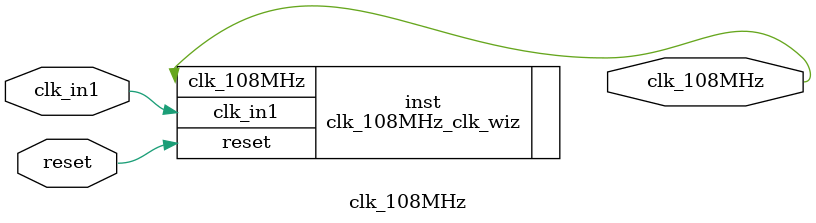
<source format=v>


`timescale 1ps/1ps

(* CORE_GENERATION_INFO = "clk_108MHz,clk_wiz_v6_0_9_0_0,{component_name=clk_108MHz,use_phase_alignment=true,use_min_o_jitter=false,use_max_i_jitter=false,use_dyn_phase_shift=false,use_inclk_switchover=false,use_dyn_reconfig=false,enable_axi=0,feedback_source=FDBK_AUTO,PRIMITIVE=MMCM,num_out_clk=1,clkin1_period=10.000,clkin2_period=10.000,use_power_down=false,use_reset=true,use_locked=false,use_inclk_stopped=false,feedback_type=SINGLE,CLOCK_MGR_TYPE=NA,manual_override=false}" *)

module clk_108MHz 
 (
  // Clock out ports
  output        clk_108MHz,
  // Status and control signals
  input         reset,
 // Clock in ports
  input         clk_in1
 );

  clk_108MHz_clk_wiz inst
  (
  // Clock out ports  
  .clk_108MHz(clk_108MHz),
  // Status and control signals               
  .reset(reset), 
 // Clock in ports
  .clk_in1(clk_in1)
  );

endmodule

</source>
